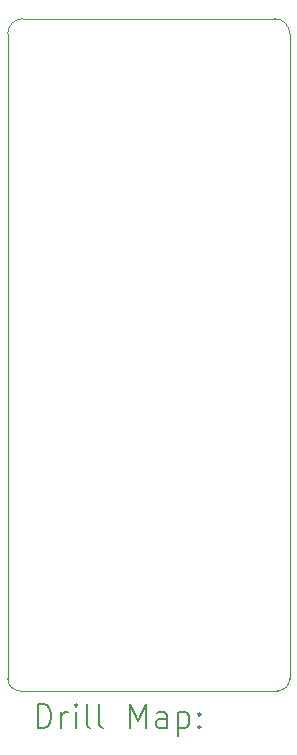
<source format=gbr>
%FSLAX45Y45*%
G04 Gerber Fmt 4.5, Leading zero omitted, Abs format (unit mm)*
G04 Created by KiCad (PCBNEW (6.0.4-0)) date 2022-11-07 18:10:48*
%MOMM*%
%LPD*%
G01*
G04 APERTURE LIST*
%TA.AperFunction,Profile*%
%ADD10C,0.100000*%
%TD*%
%ADD11C,0.200000*%
G04 APERTURE END LIST*
D10*
X16687800Y-11430000D02*
X16687800Y-5969000D01*
X16560800Y-5842000D02*
X14427200Y-5842000D01*
X14401800Y-11531600D02*
X16586200Y-11531600D01*
X14300200Y-11430000D02*
G75*
G03*
X14401800Y-11531600I101600J0D01*
G01*
X16586200Y-11531600D02*
G75*
G03*
X16687800Y-11430000I0J101600D01*
G01*
X16687800Y-5969000D02*
G75*
G03*
X16560800Y-5842000I-127000J0D01*
G01*
X14427200Y-5842000D02*
G75*
G03*
X14300200Y-5969000I0J-127000D01*
G01*
X14300200Y-5969000D02*
X14300200Y-11430000D01*
D11*
X14552819Y-11847076D02*
X14552819Y-11647076D01*
X14600438Y-11647076D01*
X14629009Y-11656600D01*
X14648057Y-11675648D01*
X14657581Y-11694695D01*
X14667105Y-11732790D01*
X14667105Y-11761362D01*
X14657581Y-11799457D01*
X14648057Y-11818505D01*
X14629009Y-11837552D01*
X14600438Y-11847076D01*
X14552819Y-11847076D01*
X14752819Y-11847076D02*
X14752819Y-11713743D01*
X14752819Y-11751838D02*
X14762343Y-11732790D01*
X14771867Y-11723267D01*
X14790914Y-11713743D01*
X14809962Y-11713743D01*
X14876628Y-11847076D02*
X14876628Y-11713743D01*
X14876628Y-11647076D02*
X14867105Y-11656600D01*
X14876628Y-11666124D01*
X14886152Y-11656600D01*
X14876628Y-11647076D01*
X14876628Y-11666124D01*
X15000438Y-11847076D02*
X14981390Y-11837552D01*
X14971867Y-11818505D01*
X14971867Y-11647076D01*
X15105200Y-11847076D02*
X15086152Y-11837552D01*
X15076628Y-11818505D01*
X15076628Y-11647076D01*
X15333771Y-11847076D02*
X15333771Y-11647076D01*
X15400438Y-11789933D01*
X15467105Y-11647076D01*
X15467105Y-11847076D01*
X15648057Y-11847076D02*
X15648057Y-11742314D01*
X15638533Y-11723267D01*
X15619486Y-11713743D01*
X15581390Y-11713743D01*
X15562343Y-11723267D01*
X15648057Y-11837552D02*
X15629009Y-11847076D01*
X15581390Y-11847076D01*
X15562343Y-11837552D01*
X15552819Y-11818505D01*
X15552819Y-11799457D01*
X15562343Y-11780409D01*
X15581390Y-11770886D01*
X15629009Y-11770886D01*
X15648057Y-11761362D01*
X15743295Y-11713743D02*
X15743295Y-11913743D01*
X15743295Y-11723267D02*
X15762343Y-11713743D01*
X15800438Y-11713743D01*
X15819486Y-11723267D01*
X15829009Y-11732790D01*
X15838533Y-11751838D01*
X15838533Y-11808981D01*
X15829009Y-11828028D01*
X15819486Y-11837552D01*
X15800438Y-11847076D01*
X15762343Y-11847076D01*
X15743295Y-11837552D01*
X15924248Y-11828028D02*
X15933771Y-11837552D01*
X15924248Y-11847076D01*
X15914724Y-11837552D01*
X15924248Y-11828028D01*
X15924248Y-11847076D01*
X15924248Y-11723267D02*
X15933771Y-11732790D01*
X15924248Y-11742314D01*
X15914724Y-11732790D01*
X15924248Y-11723267D01*
X15924248Y-11742314D01*
M02*

</source>
